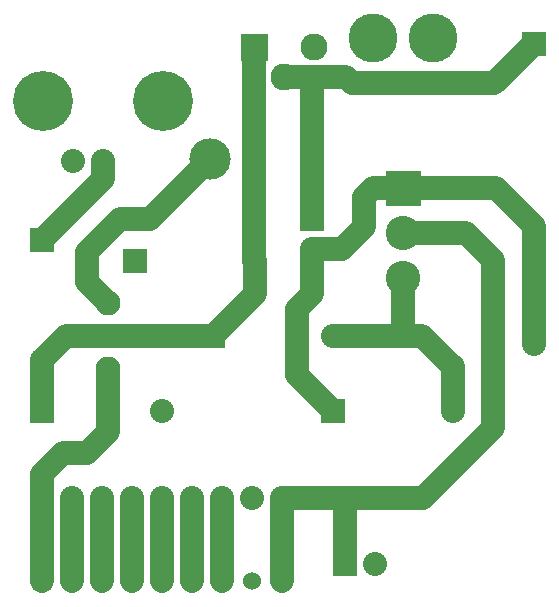
<source format=gbl>
G04 start of page 4 for group 8 layer_idx 1 *
G04 Title: (unknown), bottom_copper *
G04 Creator: pcb-rnd 1.2.4 *
G04 CreationDate: 2017-09-22 19:00:37 UTC *
G04 For:  *
G04 Format: Gerber/RS-274X *
G04 PCB-Dimensions: 600000 500000 *
G04 PCB-Coordinate-Origin: lower left *
%MOIN*%
%FSLAX25Y25*%
%LNBOTTOM*%
%ADD43C,0.0320*%
%ADD42C,0.0790*%
%ADD41C,0.0400*%
%ADD40C,0.0420*%
%ADD39C,0.0730*%
%ADD38C,0.0394*%
%ADD37C,0.0472*%
%ADD36C,0.1378*%
%ADD35C,0.0828*%
%ADD34C,0.2000*%
%ADD33C,0.1630*%
%ADD32C,0.0900*%
%ADD31C,0.0600*%
%ADD30C,0.1150*%
%ADD29C,0.0001*%
%ADD28C,0.0800*%
G54D28*X267500Y320660D02*X277500D01*
X256500Y309660D02*X267500Y320660D01*
X256500Y299660D02*Y309660D01*
X298500Y281660D02*X249500D01*
X241500Y273660D01*
X262000Y334160D02*X241500Y313660D01*
X262000Y340160D02*Y334160D01*
X331500Y295660D02*Y310660D01*
X326500Y290660D02*X331500Y295660D01*
X326500Y268660D02*Y290660D01*
X277500Y320660D02*X297500Y340660D01*
X312500Y295660D02*X298500Y281660D01*
X312500Y306660D02*Y295660D01*
X312387Y306773D02*X312500Y306660D01*
X312387Y378000D02*Y306773D01*
X338500Y281660D02*X368340D01*
X378500Y271500D01*
X362000Y301000D02*Y281660D01*
X405500Y279160D02*Y318500D01*
X392000Y284000D02*Y307000D01*
X383000Y316000D01*
X362000D01*
X331500Y310660D02*X341660D01*
X349000Y318000D01*
Y328000D01*
X352000Y331000D01*
X361000D01*
X263500Y292660D02*X256500Y299660D01*
X263500Y249660D02*Y270660D01*
X256500Y242660D02*X263500Y249660D01*
X241500Y273660D02*Y256660D01*
X342500Y205660D02*Y227660D01*
X368500D02*X392000Y251160D01*
X321500Y227660D02*X368500D01*
X321500Y200274D02*X321501Y200273D01*
X321500Y227660D02*Y200274D01*
X326500Y268660D02*X338500Y256660D01*
X378500Y271660D02*Y256660D01*
X392000Y251160D02*Y284160D01*
X301501Y227659D02*X301500Y227660D01*
X301501Y200273D02*Y227659D01*
X291500Y200274D02*X291501Y200273D01*
X291500Y227660D02*Y200274D01*
X281501Y227659D02*X281500Y227660D01*
X281501Y200273D02*Y227659D01*
X271500Y200274D02*X271501Y200273D01*
X251500Y200274D02*X251501Y200273D01*
X271500Y227660D02*Y200274D01*
X261501Y200273D02*Y227659D01*
X251500Y227660D02*Y200274D01*
X248500Y242660D02*X256500D01*
X241501Y235661D02*X248500Y242660D01*
X241501Y227660D02*Y235661D01*
X261501Y227659D02*X261500Y227660D01*
X241501Y227659D02*X241500Y227660D01*
X241501Y200273D02*Y227659D01*
X331500Y320660D02*Y368000D01*
X343000D02*X345000Y366000D01*
X322387Y368000D02*X343000D01*
X405000Y378660D02*X405500Y379160D01*
X345000Y366000D02*X392340D01*
X405500Y379160D01*
Y318500D02*X393000Y331000D01*
X362000D01*
G54D29*G36*
X327500Y324660D02*Y316660D01*
X335500D01*
Y324660D01*
X327500D01*
G37*
G54D28*X405500Y279160D03*
X338500Y281660D03*
G54D30*X362000Y316000D03*
Y301000D03*
G54D28*X331500Y310660D03*
X312500Y306660D03*
X241500Y273660D03*
G54D29*G36*
X237500Y260660D02*Y252660D01*
X245500D01*
Y260660D01*
X237500D01*
G37*
G36*
X334500D02*Y252660D01*
X342500D01*
Y260660D01*
X334500D01*
G37*
G54D28*X281500Y256660D03*
G54D29*G36*
X294500Y285660D02*Y277660D01*
X302500D01*
Y285660D01*
X294500D01*
G37*
G54D28*X378500Y256660D03*
G54D31*X291501Y200273D03*
X281501D03*
X271501D03*
X261501D03*
X321501D03*
X311501D03*
X301501D03*
G54D29*G36*
X338500Y209660D02*Y201660D01*
X346500D01*
Y209660D01*
X338500D01*
G37*
G54D28*X352500Y205660D03*
G54D31*X251501Y200273D03*
G54D28*X251500Y227660D03*
X261500D03*
G54D29*G36*
X238501Y203273D02*Y197273D01*
X244501D01*
Y203273D01*
X238501D01*
G37*
G36*
X237500Y231660D02*Y223660D01*
X245500D01*
Y231660D01*
X237500D01*
G37*
G54D28*X271500Y227660D03*
X281500D03*
X291500D03*
X301500D03*
X311500D03*
X321500D03*
G54D29*G36*
X237500Y317660D02*Y309660D01*
X245500D01*
Y317660D01*
X237500D01*
G37*
G36*
X268500Y310660D02*Y302660D01*
X276500D01*
Y310660D01*
X268500D01*
G37*
G36*
X401500Y383160D02*Y375160D01*
X409500D01*
Y383160D01*
X401500D01*
G37*
G36*
X307887Y382500D02*Y373500D01*
X316887D01*
Y382500D01*
X307887D01*
G37*
G54D32*X322387Y368000D03*
X332387Y378000D03*
G54D33*X372000Y381000D03*
X352000D03*
G54D34*X242000Y360160D03*
X282000D03*
G54D28*X252000Y340160D03*
X262000D03*
G54D29*G36*
X356250Y336750D02*Y325250D01*
X367750D01*
Y336750D01*
X356250D01*
G37*
G54D35*X263500Y270660D03*
G54D36*X297500Y340660D03*
G54D35*X263500Y292660D03*
G54D37*G54D38*G54D39*G54D38*G54D40*G54D38*G54D40*G54D41*G54D40*G54D41*G54D38*G54D31*G54D39*G54D42*G54D43*G54D39*M02*

</source>
